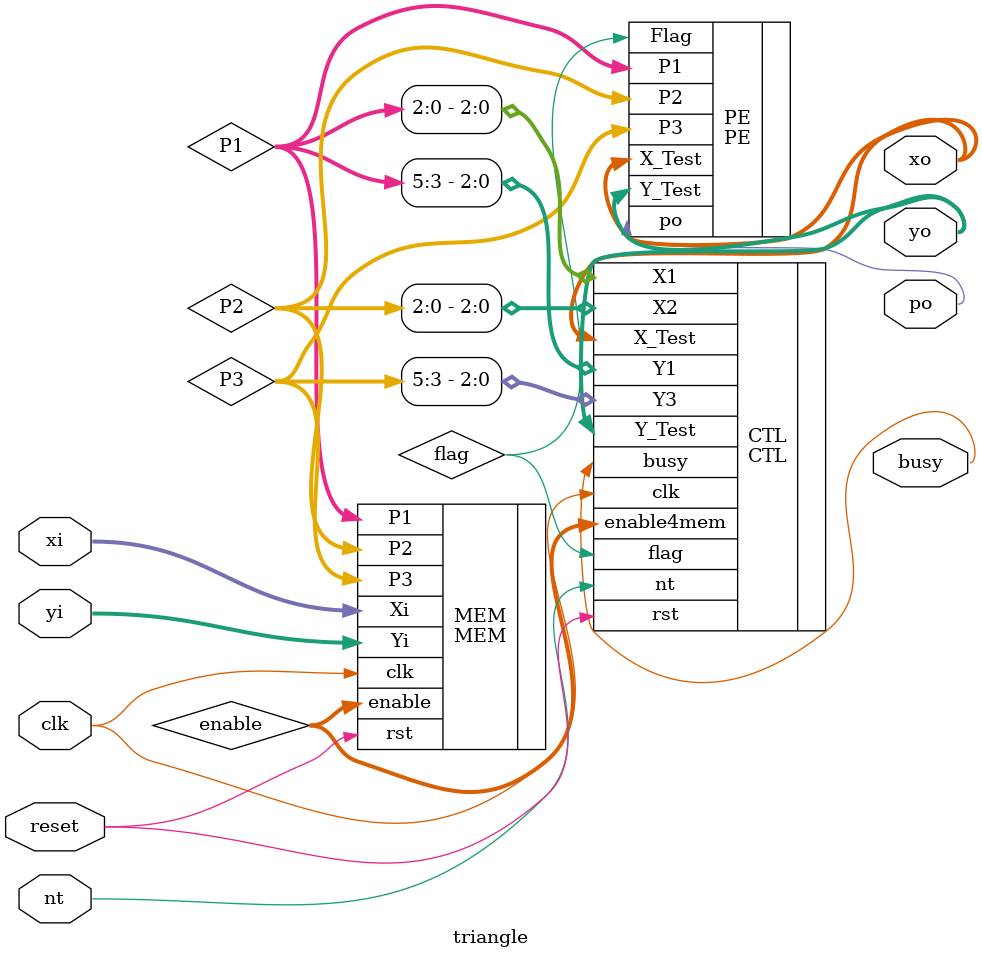
<source format=v>
`include "MEM.v"
`include "PE.v"
`include "CTL.v"
module triangle (clk, reset, nt, xi, yi, busy, po, xo, yo);
   input clk, reset, nt;
   input [2:0] xi, yi;
   output wire			busy, po;
   output wire	[2:0] 	xo, yo;
///////////////////////// var ///////////////////////////////
	wire	[2:0]	enable;
	wire	[5:0]	P1;
	wire	[5:0]	P2;
	wire	[5:0]	P3;
	wire			flag;
///////////////////////// module ////////////////////////////
	MEM MEM(
		.clk(clk),
		.rst(reset),
		.Xi(xi),
		.Yi(yi),
		.enable(enable),
		.P1(P1),
		.P2(P2),
		.P3(P3)
		);

	PE PE(
		.P1(P1),
		.P2(P2),
		.P3(P3),
		.X_Test(xo),
		.Y_Test(yo),
		.Flag(flag),
		.po(po)
		);

	CTL CTL(
		.clk(clk),
		.rst(reset),
		.nt(nt),
		.X1(P1[2:0]),
		.Y1(P1[5:3]),
		.X2(P2[2:0]),
		.Y3(P3[5:3]),
		.busy(busy),
		.X_Test(xo),
		.Y_Test(yo),
		.enable4mem(enable),
		.flag(flag)
		);

endmodule
</source>
